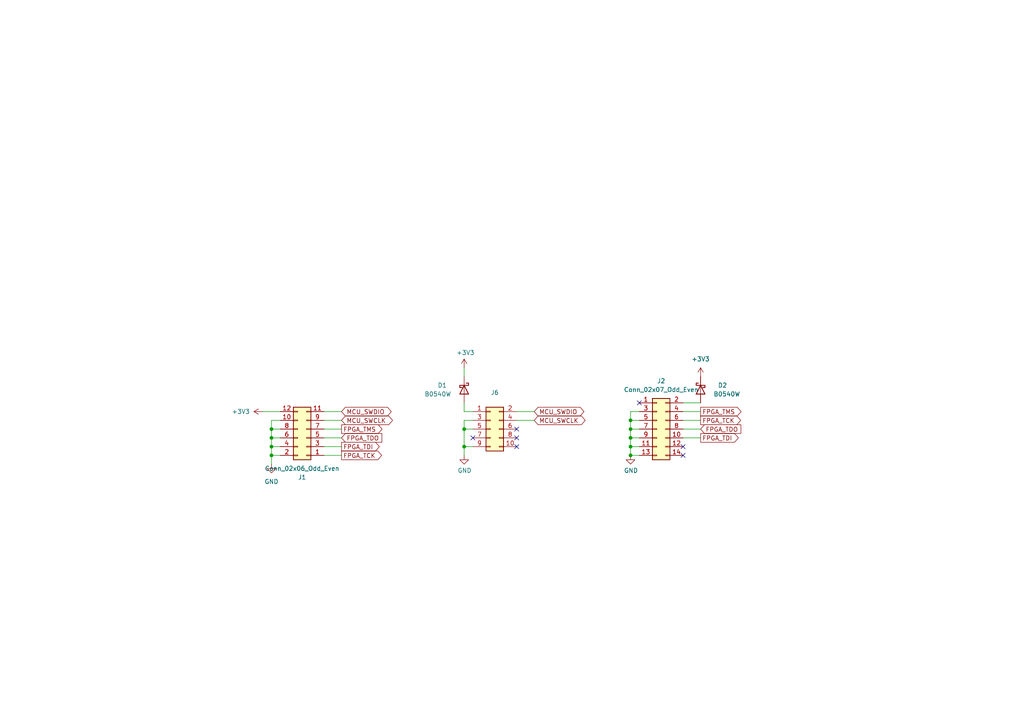
<source format=kicad_sch>
(kicad_sch (version 20231120) (generator "eeschema") (generator_version "8.0")
  (paper "A4")
  (title_block (title "Sitina 1 USB-C Breakout") (date "2024-05-09") (rev "R0.9") (company "Copyright 2024 Wenting Zhang"))
  (lib_symbols
    (symbol "Connector_Generic:Conn_02x05_Odd_Even" (pin_names (offset 1.016) hide)
      (property "Reference" "J" (at 1.27 7.62 0))
      (property "Value" "Conn_02x05_Odd_Even" (at 1.27 -7.62 0))
      (symbol "Conn_02x05_Odd_Even_1_1"
        (rectangle (start -1.27 -4.953) (end 0 -5.207) (stroke (width 0.1524)))
        (rectangle (start -1.27 -2.413) (end 0 -2.667) (stroke (width 0.1524)))
        (rectangle (start -1.27 0.127) (end 0 -0.127) (stroke (width 0.1524)))
        (rectangle (start -1.27 2.667) (end 0 2.413) (stroke (width 0.1524)))
        (rectangle (start -1.27 5.207) (end 0 4.953) (stroke (width 0.1524)))
        (rectangle (start -1.27 6.35) (end 3.81 -6.35) (stroke (width 0.254)) (fill (type background)))
        (rectangle (start 3.81 -4.953) (end 2.54 -5.207) (stroke (width 0.1524)))
        (rectangle (start 3.81 -2.413) (end 2.54 -2.667) (stroke (width 0.1524)))
        (rectangle (start 3.81 0.127) (end 2.54 -0.127) (stroke (width 0.1524)))
        (rectangle (start 3.81 2.667) (end 2.54 2.413) (stroke (width 0.1524)))
        (rectangle (start 3.81 5.207) (end 2.54 4.953) (stroke (width 0.1524)))
        (pin passive line (at -5.08 5.08 0) (length 3.81) (name "Pin_1") (number "1"))
        (pin passive line (at 7.62 -5.08 180) (length 3.81) (name "Pin_10") (number "10"))
        (pin passive line (at 7.62 5.08 180) (length 3.81) (name "Pin_2") (number "2"))
        (pin passive line (at -5.08 2.54 0) (length 3.81) (name "Pin_3") (number "3"))
        (pin passive line (at 7.62 2.54 180) (length 3.81) (name "Pin_4") (number "4"))
        (pin passive line (at -5.08 0 0) (length 3.81) (name "Pin_5") (number "5"))
        (pin passive line (at 7.62 0 180) (length 3.81) (name "Pin_6") (number "6"))
        (pin passive line (at -5.08 -2.54 0) (length 3.81) (name "Pin_7") (number "7"))
        (pin passive line (at 7.62 -2.54 180) (length 3.81) (name "Pin_8") (number "8"))
        (pin passive line (at -5.08 -5.08 0) (length 3.81) (name "Pin_9") (number "9"))
      )
    )
    (symbol "Connector_Generic:Conn_02x06_Odd_Even" (pin_names (offset 1.016) hide)
      (property "Reference" "J" (at 1.27 7.62 0))
      (property "Value" "Conn_02x06_Odd_Even" (at 1.27 -10.16 0))
      (symbol "Conn_02x06_Odd_Even_1_1"
        (rectangle (start -1.27 -7.493) (end 0 -7.747) (stroke (width 0.1524)))
        (rectangle (start -1.27 -4.953) (end 0 -5.207) (stroke (width 0.1524)))
        (rectangle (start -1.27 -2.413) (end 0 -2.667) (stroke (width 0.1524)))
        (rectangle (start -1.27 0.127) (end 0 -0.127) (stroke (width 0.1524)))
        (rectangle (start -1.27 2.667) (end 0 2.413) (stroke (width 0.1524)))
        (rectangle (start -1.27 5.207) (end 0 4.953) (stroke (width 0.1524)))
        (rectangle (start -1.27 6.35) (end 3.81 -8.89) (stroke (width 0.254)) (fill (type background)))
        (rectangle (start 3.81 -7.493) (end 2.54 -7.747) (stroke (width 0.1524)))
        (rectangle (start 3.81 -4.953) (end 2.54 -5.207) (stroke (width 0.1524)))
        (rectangle (start 3.81 -2.413) (end 2.54 -2.667) (stroke (width 0.1524)))
        (rectangle (start 3.81 0.127) (end 2.54 -0.127) (stroke (width 0.1524)))
        (rectangle (start 3.81 2.667) (end 2.54 2.413) (stroke (width 0.1524)))
        (rectangle (start 3.81 5.207) (end 2.54 4.953) (stroke (width 0.1524)))
        (pin passive line (at -5.08 5.08 0) (length 3.81) (name "Pin_1") (number "1"))
        (pin passive line (at 7.62 -5.08 180) (length 3.81) (name "Pin_10") (number "10"))
        (pin passive line (at -5.08 -7.62 0) (length 3.81) (name "Pin_11") (number "11"))
        (pin passive line (at 7.62 -7.62 180) (length 3.81) (name "Pin_12") (number "12"))
        (pin passive line (at 7.62 5.08 180) (length 3.81) (name "Pin_2") (number "2"))
        (pin passive line (at -5.08 2.54 0) (length 3.81) (name "Pin_3") (number "3"))
        (pin passive line (at 7.62 2.54 180) (length 3.81) (name "Pin_4") (number "4"))
        (pin passive line (at -5.08 0 0) (length 3.81) (name "Pin_5") (number "5"))
        (pin passive line (at 7.62 0 180) (length 3.81) (name "Pin_6") (number "6"))
        (pin passive line (at -5.08 -2.54 0) (length 3.81) (name "Pin_7") (number "7"))
        (pin passive line (at 7.62 -2.54 180) (length 3.81) (name "Pin_8") (number "8"))
        (pin passive line (at -5.08 -5.08 0) (length 3.81) (name "Pin_9") (number "9"))
      )
    )
    (symbol "Connector_Generic:Conn_02x07_Odd_Even" (pin_names (offset 1.016) hide)
      (property "Reference" "J" (at 1.27 10.16 0))
      (property "Value" "Conn_02x07_Odd_Even" (at 1.27 -10.16 0))
      (symbol "Conn_02x07_Odd_Even_1_1"
        (rectangle (start -1.27 -7.493) (end 0 -7.747) (stroke (width 0.1524)))
        (rectangle (start -1.27 -4.953) (end 0 -5.207) (stroke (width 0.1524)))
        (rectangle (start -1.27 -2.413) (end 0 -2.667) (stroke (width 0.1524)))
        (rectangle (start -1.27 0.127) (end 0 -0.127) (stroke (width 0.1524)))
        (rectangle (start -1.27 2.667) (end 0 2.413) (stroke (width 0.1524)))
        (rectangle (start -1.27 5.207) (end 0 4.953) (stroke (width 0.1524)))
        (rectangle (start -1.27 7.747) (end 0 7.493) (stroke (width 0.1524)))
        (rectangle (start -1.27 8.89) (end 3.81 -8.89) (stroke (width 0.254)) (fill (type background)))
        (rectangle (start 3.81 -7.493) (end 2.54 -7.747) (stroke (width 0.1524)))
        (rectangle (start 3.81 -4.953) (end 2.54 -5.207) (stroke (width 0.1524)))
        (rectangle (start 3.81 -2.413) (end 2.54 -2.667) (stroke (width 0.1524)))
        (rectangle (start 3.81 0.127) (end 2.54 -0.127) (stroke (width 0.1524)))
        (rectangle (start 3.81 2.667) (end 2.54 2.413) (stroke (width 0.1524)))
        (rectangle (start 3.81 5.207) (end 2.54 4.953) (stroke (width 0.1524)))
        (rectangle (start 3.81 7.747) (end 2.54 7.493) (stroke (width 0.1524)))
        (pin passive line (at -5.08 7.62 0) (length 3.81) (name "Pin_1") (number "1"))
        (pin passive line (at 7.62 -2.54 180) (length 3.81) (name "Pin_10") (number "10"))
        (pin passive line (at -5.08 -5.08 0) (length 3.81) (name "Pin_11") (number "11"))
        (pin passive line (at 7.62 -5.08 180) (length 3.81) (name "Pin_12") (number "12"))
        (pin passive line (at -5.08 -7.62 0) (length 3.81) (name "Pin_13") (number "13"))
        (pin passive line (at 7.62 -7.62 180) (length 3.81) (name "Pin_14") (number "14"))
        (pin passive line (at 7.62 7.62 180) (length 3.81) (name "Pin_2") (number "2"))
        (pin passive line (at -5.08 5.08 0) (length 3.81) (name "Pin_3") (number "3"))
        (pin passive line (at 7.62 5.08 180) (length 3.81) (name "Pin_4") (number "4"))
        (pin passive line (at -5.08 2.54 0) (length 3.81) (name "Pin_5") (number "5"))
        (pin passive line (at 7.62 2.54 180) (length 3.81) (name "Pin_6") (number "6"))
        (pin passive line (at -5.08 0 0) (length 3.81) (name "Pin_7") (number "7"))
        (pin passive line (at 7.62 0 180) (length 3.81) (name "Pin_8") (number "8"))
        (pin passive line (at -5.08 -2.54 0) (length 3.81) (name "Pin_9") (number "9"))
      )
    )
    (symbol "Device:D_Schottky" (pin_numbers hide) (pin_names (offset 1.016) hide)
      (property "Reference" "D" (at 0 2.54 0))
      (property "Value" "D_Schottky" (at 0 -2.54 0))
      (symbol "D_Schottky_0_1"
        (polyline (pts (xy 1.27 0) (xy -1.27 0)))
        (polyline (pts (xy 1.27 1.27) (xy 1.27 -1.27) (xy -1.27 0) (xy 1.27 1.27)) (stroke (width 0.254)))
        (polyline (pts (xy -1.905 0.635) (xy -1.905 1.27) (xy -1.27 1.27) (xy -1.27 -1.27) (xy -0.635 -1.27) (xy -0.635 -0.635)) (stroke (width 0.254)))
      )
      (symbol "D_Schottky_1_1"
        (pin passive line (at -3.81 0 0) (length 2.54) (name "K") (number "1"))
        (pin passive line (at 3.81 0 180) (length 2.54) (name "A") (number "2"))
      )
    )
    (symbol "power:+3V3" (power) (pin_names (offset 0))
      (property "Value" "+3V3" (at 0 3.556 0))
      (symbol "+3V3_0_1"
        (polyline (pts (xy -0.762 1.27) (xy 0 2.54)))
        (polyline (pts (xy 0 0) (xy 0 2.54)))
        (polyline (pts (xy 0 2.54) (xy 0.762 1.27)))
      )
      (symbol "+3V3_1_1"
        (pin power_in line (at 0 0 90) (length 0) hide (name "+3V3") (number "1"))
      )
    )
    (symbol "power:GND" (power) (pin_names (offset 0))
      (property "Value" "GND" (at 0 -3.81 0))
      (symbol "GND_0_1"
        (polyline (pts (xy 0 0) (xy 0 -1.27) (xy 1.27 -1.27) (xy 0 -2.54) (xy -1.27 -1.27) (xy 0 -1.27)))
      )
      (symbol "GND_1_1"
        (pin power_in line (at 0 0 270) (length 0) hide (name "GND") (number "1"))
      )
    )
  )
  (junction (at 182.88 121.92))
  (junction (at 78.74 127))
  (junction (at 78.74 132.08))
  (junction (at 134.62 124.46) (diameter 0.9144))
  (junction (at 182.88 129.54))
  (junction (at 134.62 129.54))
  (junction (at 78.74 124.46))
  (junction (at 182.88 127))
  (junction (at 182.88 124.46))
  (junction (at 78.74 129.54))
  (junction (at 182.88 132.08))
  (no_connect (at 198.12 129.54))
  (no_connect (at 198.12 132.08))
  (no_connect (at 137.16 127))
  (no_connect (at 149.86 127))
  (no_connect (at 149.86 124.46))
  (no_connect (at 185.42 116.84))
  (no_connect (at 149.86 129.54))
  (wire (pts (xy 78.74 124.46) (xy 81.28 124.46)))
  (wire (pts (xy 99.06 129.54) (xy 93.98 129.54)))
  (wire (pts (xy 78.74 121.92) (xy 78.74 124.46)))
  (wire (pts (xy 134.62 121.92) (xy 134.62 124.46)))
  (wire (pts (xy 134.62 116.84) (xy 134.62 119.38)))
  (wire (pts (xy 78.74 127) (xy 81.28 127)))
  (wire (pts (xy 134.62 129.54) (xy 137.16 129.54)))
  (wire (pts (xy 76.2 119.38) (xy 81.28 119.38)))
  (wire (pts (xy 198.12 124.46) (xy 203.2 124.46)))
  (wire (pts (xy 182.88 124.46) (xy 182.88 127)))
  (wire (pts (xy 78.74 129.54) (xy 81.28 129.54)))
  (wire (pts (xy 149.86 119.38) (xy 154.94 119.38)))
  (wire (pts (xy 182.88 127) (xy 182.88 129.54)))
  (wire (pts (xy 93.98 119.38) (xy 99.06 119.38)))
  (wire (pts (xy 182.88 129.54) (xy 185.42 129.54)))
  (wire (pts (xy 134.62 106.68) (xy 134.62 109.22)))
  (wire (pts (xy 182.88 127) (xy 185.42 127)))
  (wire (pts (xy 134.62 129.54) (xy 134.62 132.08)))
  (wire (pts (xy 99.06 127) (xy 93.98 127)))
  (wire (pts (xy 137.16 124.46) (xy 134.62 124.46)))
  (wire (pts (xy 182.88 121.92) (xy 182.88 124.46)))
  (wire (pts (xy 134.62 124.46) (xy 134.62 129.54)))
  (wire (pts (xy 81.28 121.92) (xy 78.74 121.92)))
  (wire (pts (xy 78.74 132.08) (xy 78.74 134.62)))
  (wire (pts (xy 137.16 119.38) (xy 134.62 119.38)))
  (wire (pts (xy 149.86 121.92) (xy 154.94 121.92)))
  (wire (pts (xy 78.74 129.54) (xy 78.74 132.08)))
  (wire (pts (xy 185.42 119.38) (xy 182.88 119.38)))
  (wire (pts (xy 78.74 127) (xy 78.74 129.54)))
  (wire (pts (xy 182.88 121.92) (xy 185.42 121.92)))
  (wire (pts (xy 99.06 132.08) (xy 93.98 132.08)))
  (wire (pts (xy 198.12 121.92) (xy 203.2 121.92)))
  (wire (pts (xy 93.98 121.92) (xy 99.06 121.92)))
  (wire (pts (xy 182.88 124.46) (xy 185.42 124.46)))
  (wire (pts (xy 182.88 119.38) (xy 182.88 121.92)))
  (wire (pts (xy 78.74 132.08) (xy 81.28 132.08)))
  (wire (pts (xy 78.74 124.46) (xy 78.74 127)))
  (wire (pts (xy 182.88 129.54) (xy 182.88 132.08)))
  (wire (pts (xy 137.16 121.92) (xy 134.62 121.92)))
  (wire (pts (xy 182.88 132.08) (xy 185.42 132.08)))
  (wire (pts (xy 198.12 116.84) (xy 203.2 116.84)))
  (wire (pts (xy 99.06 124.46) (xy 93.98 124.46)))
  (wire (pts (xy 198.12 119.38) (xy 203.2 119.38)))
  (wire (pts (xy 198.12 127) (xy 203.2 127)))
  (global_label "MCU_SWCLK" (shape bidirectional) (at 99.06 121.92 0) (property "Intersheetrefs" "${INTERSHEET_REFS}" (effects (hide yes))))
  (global_label "FPGA_TDI" (shape output) (at 203.2 127 0) (property "Intersheetrefs" "${INTERSHEET_REFS}" (effects (hide yes))))
  (global_label "MCU_SWCLK" (shape bidirectional) (at 154.94 121.92 0) (property "Intersheetrefs" "${INTERSHEET_REFS}" (effects (hide yes))))
  (global_label "FPGA_TCK" (shape output) (at 99.06 132.08 0) (property "Intersheetrefs" "${INTERSHEET_REFS}" (effects (hide yes))))
  (global_label "FPGA_TCK" (shape output) (at 203.2 121.92 0) (property "Intersheetrefs" "${INTERSHEET_REFS}" (effects (hide yes))))
  (global_label "FPGA_TMS" (shape output) (at 99.06 124.46 0) (property "Intersheetrefs" "${INTERSHEET_REFS}" (effects (hide yes))))
  (global_label "FPGA_TDO" (shape input) (at 99.06 127 0) (property "Intersheetrefs" "${INTERSHEET_REFS}" (effects (hide yes))))
  (global_label "MCU_SWDIO" (shape bidirectional) (at 154.94 119.38 0) (property "Intersheetrefs" "${INTERSHEET_REFS}" (effects (hide yes))))
  (global_label "FPGA_TDI" (shape output) (at 99.06 129.54 0) (property "Intersheetrefs" "${INTERSHEET_REFS}" (effects (hide yes))))
  (global_label "FPGA_TDO" (shape input) (at 203.2 124.46 0) (property "Intersheetrefs" "${INTERSHEET_REFS}" (effects (hide yes))))
  (global_label "MCU_SWDIO" (shape bidirectional) (at 99.06 119.38 0) (property "Intersheetrefs" "${INTERSHEET_REFS}" (effects (hide yes))))
  (global_label "FPGA_TMS" (shape output) (at 203.2 119.38 0) (property "Intersheetrefs" "${INTERSHEET_REFS}" (effects (hide yes))))
  (symbol (lib_id "power:GND") (at 134.62 132.08 0) (unit 1)
    (property "Reference" "#PWR07" (effects (hide yes)))
    (property "Value" "GND" (at 134.747 136.4742 0))
  )
  (symbol (lib_id "power:GND") (at 78.74 134.62 0) (unit 1)
    (property "Reference" "#PWR02" (effects (hide yes)))
    (property "Value" "GND" (at 78.74 139.7 0))
    (property "Description" "Power symbol creates a global label with name \"GND\" , ground" (effects (hide yes)))
  )
  (symbol (lib_id "Connector_Generic:Conn_02x06_Odd_Even") (at 88.9 127 180) (unit 1)
    (property "Reference" "J1" (at 87.63 138.43 0))
    (property "Value" "Conn_02x06_Odd_Even" (at 87.63 135.89 0))
    (property "Footprint" "Connector_PinHeader_1.27mm:PinHeader_2x06_P1.27mm_Vertical_SMD" (effects (hide yes)))
    (property "Description" "Generic connector, double row, 02x06, odd/even pin numbering scheme (row 1 odd numbers, row 2 even numbers), script generated (kicad-library-utils/schlib/autogen/connector/)" (effects (hide yes)))
  )
  (symbol (lib_id "power:+3V3") (at 76.2 119.38 90) (unit 1)
    (property "Reference" "#PWR01" (effects (hide yes)))
    (property "Value" "+3V3" (at 69.85 119.38 90))
  )
  (symbol (lib_id "power:+3V3") (at 203.2 109.22 0) (mirror y) (unit 1)
    (property "Reference" "#PWR04" (effects (hide yes)))
    (property "Value" "+3V3" (at 203.2 104.14 0))
  )
  (symbol (lib_id "Connector_Generic:Conn_02x05_Odd_Even") (at 142.24 124.46 0) (unit 1)
    (property "Reference" "J6" (at 143.51 113.8682 0))
    (property "Value" "Conn_02x05_Odd_Even" (effects (hide yes)))
    (property "Footprint" "Connector_PinHeader_1.27mm:PinHeader_2x05_P1.27mm_Vertical_SMD" (effects (hide yes)))
  )
  (symbol (lib_id "Device:D_Schottky") (at 203.2 113.03 90) (mirror x) (unit 1)
    (property "Reference" "D2" (at 209.55 111.76 90))
    (property "Value" "B0540W" (at 210.82 114.3 90))
    (property "Footprint" "Diode_SMD:D_SOD-323" (effects (hide yes)))
  )
  (symbol (lib_id "power:+3V3") (at 134.62 106.68 0) (unit 1)
    (property "Reference" "#PWR06" (effects (hide yes)))
    (property "Value" "+3V3" (at 135.001 102.2858 0))
  )
  (symbol (lib_id "Connector_Generic:Conn_02x07_Odd_Even") (at 190.5 124.46 0) (unit 1)
    (property "Reference" "J2" (at 191.77 110.49 0))
    (property "Value" "Conn_02x07_Odd_Even" (at 191.77 113.03 0))
    (property "Footprint" "Connector_PinHeader_2.00mm:PinHeader_2x06_P2.00mm_Vertical_SMD" (effects (hide yes)))
    (property "Description" "Generic connector, double row, 02x07, odd/even pin numbering scheme (row 1 odd numbers, row 2 even numbers), script generated (kicad-library-utils/schlib/autogen/connector/)" (effects (hide yes)))
  )
  (symbol (lib_id "power:GND") (at 182.88 132.08 0) (unit 1)
    (property "Reference" "#PWR03" (effects (hide yes)))
    (property "Value" "GND" (at 183.007 136.4742 0))
  )
  (symbol (lib_id "Device:D_Schottky") (at 134.62 113.03 270) (unit 1)
    (property "Reference" "D1" (at 128.27 111.76 90))
    (property "Value" "B0540W" (at 127 114.3 90))
    (property "Footprint" "Diode_SMD:D_SOD-323" (effects (hide yes)))
  )
)
</source>
